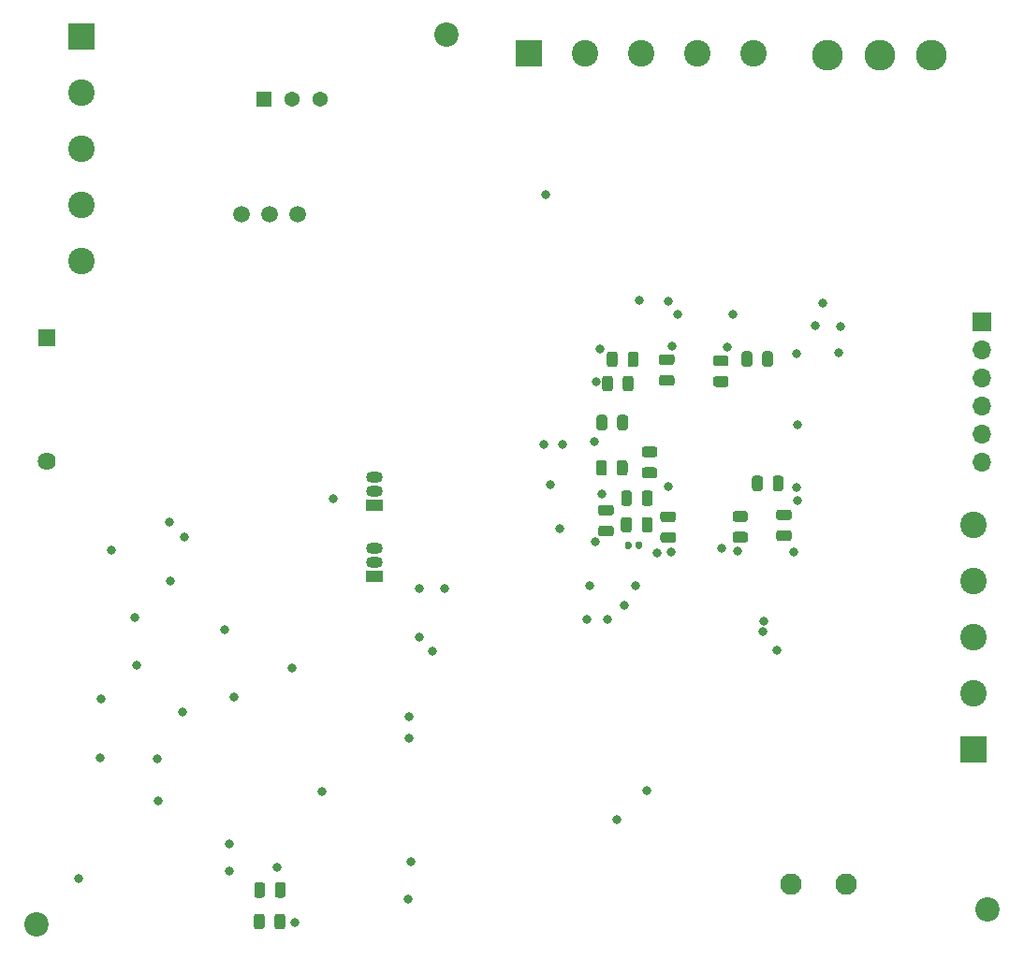
<source format=gbr>
%TF.GenerationSoftware,KiCad,Pcbnew,(5.1.10-1-10_14)*%
%TF.CreationDate,2021-10-15T10:29:32-04:00*%
%TF.ProjectId,main_controller,6d61696e-5f63-46f6-9e74-726f6c6c6572,rev?*%
%TF.SameCoordinates,Original*%
%TF.FileFunction,Soldermask,Bot*%
%TF.FilePolarity,Negative*%
%FSLAX46Y46*%
G04 Gerber Fmt 4.6, Leading zero omitted, Abs format (unit mm)*
G04 Created by KiCad (PCBNEW (5.1.10-1-10_14)) date 2021-10-15 10:29:32*
%MOMM*%
%LPD*%
G01*
G04 APERTURE LIST*
%ADD10C,2.200000*%
%ADD11R,1.500000X1.050000*%
%ADD12O,1.500000X1.050000*%
%ADD13C,1.950000*%
%ADD14C,2.400000*%
%ADD15R,2.400000X2.400000*%
%ADD16R,1.700000X1.700000*%
%ADD17O,1.700000X1.700000*%
%ADD18R,1.625600X1.625600*%
%ADD19C,1.625600*%
%ADD20C,1.498600*%
%ADD21C,2.781000*%
%ADD22R,1.371600X1.371600*%
%ADD23C,1.371600*%
%ADD24C,0.800000*%
G04 APERTURE END LIST*
D10*
%TO.C,REF\u002A\u002A*%
X143000000Y-32675000D03*
%TD*%
%TO.C,REF\u002A\u002A*%
X191975000Y-111800000D03*
%TD*%
%TO.C,REF\u002A\u002A*%
X105925000Y-113150000D03*
%TD*%
%TO.C,L1*%
G36*
G01*
X160705000Y-78702500D02*
X160705000Y-79047500D01*
G75*
G02*
X160557500Y-79195000I-147500J0D01*
G01*
X160262500Y-79195000D01*
G75*
G02*
X160115000Y-79047500I0J147500D01*
G01*
X160115000Y-78702500D01*
G75*
G02*
X160262500Y-78555000I147500J0D01*
G01*
X160557500Y-78555000D01*
G75*
G02*
X160705000Y-78702500I0J-147500D01*
G01*
G37*
G36*
G01*
X159735000Y-78702500D02*
X159735000Y-79047500D01*
G75*
G02*
X159587500Y-79195000I-147500J0D01*
G01*
X159292500Y-79195000D01*
G75*
G02*
X159145000Y-79047500I0J147500D01*
G01*
X159145000Y-78702500D01*
G75*
G02*
X159292500Y-78555000I147500J0D01*
G01*
X159587500Y-78555000D01*
G75*
G02*
X159735000Y-78702500I0J-147500D01*
G01*
G37*
%TD*%
D11*
%TO.C,Q3*%
X136525000Y-75250000D03*
D12*
X136525000Y-72710000D03*
X136525000Y-73980000D03*
%TD*%
%TO.C,R17*%
G36*
G01*
X127450000Y-113381250D02*
X127450000Y-112468750D01*
G75*
G02*
X127693750Y-112225000I243750J0D01*
G01*
X128181250Y-112225000D01*
G75*
G02*
X128425000Y-112468750I0J-243750D01*
G01*
X128425000Y-113381250D01*
G75*
G02*
X128181250Y-113625000I-243750J0D01*
G01*
X127693750Y-113625000D01*
G75*
G02*
X127450000Y-113381250I0J243750D01*
G01*
G37*
G36*
G01*
X125575000Y-113381250D02*
X125575000Y-112468750D01*
G75*
G02*
X125818750Y-112225000I243750J0D01*
G01*
X126306250Y-112225000D01*
G75*
G02*
X126550000Y-112468750I0J-243750D01*
G01*
X126550000Y-113381250D01*
G75*
G02*
X126306250Y-113625000I-243750J0D01*
G01*
X125818750Y-113625000D01*
G75*
G02*
X125575000Y-113381250I0J243750D01*
G01*
G37*
%TD*%
%TO.C,R10*%
G36*
G01*
X126587500Y-109618750D02*
X126587500Y-110531250D01*
G75*
G02*
X126343750Y-110775000I-243750J0D01*
G01*
X125856250Y-110775000D01*
G75*
G02*
X125612500Y-110531250I0J243750D01*
G01*
X125612500Y-109618750D01*
G75*
G02*
X125856250Y-109375000I243750J0D01*
G01*
X126343750Y-109375000D01*
G75*
G02*
X126587500Y-109618750I0J-243750D01*
G01*
G37*
G36*
G01*
X128462500Y-109618750D02*
X128462500Y-110531250D01*
G75*
G02*
X128218750Y-110775000I-243750J0D01*
G01*
X127731250Y-110775000D01*
G75*
G02*
X127487500Y-110531250I0J243750D01*
G01*
X127487500Y-109618750D01*
G75*
G02*
X127731250Y-109375000I243750J0D01*
G01*
X128218750Y-109375000D01*
G75*
G02*
X128462500Y-109618750I0J-243750D01*
G01*
G37*
%TD*%
D11*
%TO.C,Q2*%
X136525000Y-81725000D03*
D12*
X136525000Y-79185000D03*
X136525000Y-80455000D03*
%TD*%
D13*
%TO.C,J5*%
X174175000Y-109525000D03*
X179175000Y-109525000D03*
%TD*%
D14*
%TO.C,J4*%
X170800000Y-34375000D03*
X165720000Y-34375000D03*
X160640000Y-34375000D03*
X155560000Y-34375000D03*
D15*
X150480000Y-34375000D03*
%TD*%
D14*
%TO.C,J2*%
X110025000Y-53120000D03*
X110025000Y-48040000D03*
X110025000Y-42960000D03*
X110025000Y-37880000D03*
D15*
X110025000Y-32800000D03*
%TD*%
D14*
%TO.C,J1*%
X190700000Y-77005000D03*
X190700000Y-82085000D03*
X190700000Y-87165000D03*
X190700000Y-92245000D03*
D15*
X190700000Y-97325000D03*
%TD*%
%TO.C,C15*%
G36*
G01*
X159775000Y-74168750D02*
X159775000Y-75081250D01*
G75*
G02*
X159531250Y-75325000I-243750J0D01*
G01*
X159043750Y-75325000D01*
G75*
G02*
X158800000Y-75081250I0J243750D01*
G01*
X158800000Y-74168750D01*
G75*
G02*
X159043750Y-73925000I243750J0D01*
G01*
X159531250Y-73925000D01*
G75*
G02*
X159775000Y-74168750I0J-243750D01*
G01*
G37*
G36*
G01*
X161650000Y-74168750D02*
X161650000Y-75081250D01*
G75*
G02*
X161406250Y-75325000I-243750J0D01*
G01*
X160918750Y-75325000D01*
G75*
G02*
X160675000Y-75081250I0J243750D01*
G01*
X160675000Y-74168750D01*
G75*
G02*
X160918750Y-73925000I243750J0D01*
G01*
X161406250Y-73925000D01*
G75*
G02*
X161650000Y-74168750I0J-243750D01*
G01*
G37*
%TD*%
%TO.C,C14*%
G36*
G01*
X159762500Y-76568750D02*
X159762500Y-77481250D01*
G75*
G02*
X159518750Y-77725000I-243750J0D01*
G01*
X159031250Y-77725000D01*
G75*
G02*
X158787500Y-77481250I0J243750D01*
G01*
X158787500Y-76568750D01*
G75*
G02*
X159031250Y-76325000I243750J0D01*
G01*
X159518750Y-76325000D01*
G75*
G02*
X159762500Y-76568750I0J-243750D01*
G01*
G37*
G36*
G01*
X161637500Y-76568750D02*
X161637500Y-77481250D01*
G75*
G02*
X161393750Y-77725000I-243750J0D01*
G01*
X160906250Y-77725000D01*
G75*
G02*
X160662500Y-77481250I0J243750D01*
G01*
X160662500Y-76568750D01*
G75*
G02*
X160906250Y-76325000I243750J0D01*
G01*
X161393750Y-76325000D01*
G75*
G02*
X161637500Y-76568750I0J-243750D01*
G01*
G37*
%TD*%
%TO.C,C13*%
G36*
G01*
X173981250Y-76612500D02*
X173068750Y-76612500D01*
G75*
G02*
X172825000Y-76368750I0J243750D01*
G01*
X172825000Y-75881250D01*
G75*
G02*
X173068750Y-75637500I243750J0D01*
G01*
X173981250Y-75637500D01*
G75*
G02*
X174225000Y-75881250I0J-243750D01*
G01*
X174225000Y-76368750D01*
G75*
G02*
X173981250Y-76612500I-243750J0D01*
G01*
G37*
G36*
G01*
X173981250Y-78487500D02*
X173068750Y-78487500D01*
G75*
G02*
X172825000Y-78243750I0J243750D01*
G01*
X172825000Y-77756250D01*
G75*
G02*
X173068750Y-77512500I243750J0D01*
G01*
X173981250Y-77512500D01*
G75*
G02*
X174225000Y-77756250I0J-243750D01*
G01*
X174225000Y-78243750D01*
G75*
G02*
X173981250Y-78487500I-243750J0D01*
G01*
G37*
%TD*%
%TO.C,C12*%
G36*
G01*
X159387500Y-62506250D02*
X159387500Y-61593750D01*
G75*
G02*
X159631250Y-61350000I243750J0D01*
G01*
X160118750Y-61350000D01*
G75*
G02*
X160362500Y-61593750I0J-243750D01*
G01*
X160362500Y-62506250D01*
G75*
G02*
X160118750Y-62750000I-243750J0D01*
G01*
X159631250Y-62750000D01*
G75*
G02*
X159387500Y-62506250I0J243750D01*
G01*
G37*
G36*
G01*
X157512500Y-62506250D02*
X157512500Y-61593750D01*
G75*
G02*
X157756250Y-61350000I243750J0D01*
G01*
X158243750Y-61350000D01*
G75*
G02*
X158487500Y-61593750I0J-243750D01*
G01*
X158487500Y-62506250D01*
G75*
G02*
X158243750Y-62750000I-243750J0D01*
G01*
X157756250Y-62750000D01*
G75*
G02*
X157512500Y-62506250I0J243750D01*
G01*
G37*
%TD*%
%TO.C,C11*%
G36*
G01*
X158412500Y-72331250D02*
X158412500Y-71418750D01*
G75*
G02*
X158656250Y-71175000I243750J0D01*
G01*
X159143750Y-71175000D01*
G75*
G02*
X159387500Y-71418750I0J-243750D01*
G01*
X159387500Y-72331250D01*
G75*
G02*
X159143750Y-72575000I-243750J0D01*
G01*
X158656250Y-72575000D01*
G75*
G02*
X158412500Y-72331250I0J243750D01*
G01*
G37*
G36*
G01*
X156537500Y-72331250D02*
X156537500Y-71418750D01*
G75*
G02*
X156781250Y-71175000I243750J0D01*
G01*
X157268750Y-71175000D01*
G75*
G02*
X157512500Y-71418750I0J-243750D01*
G01*
X157512500Y-72331250D01*
G75*
G02*
X157268750Y-72575000I-243750J0D01*
G01*
X156781250Y-72575000D01*
G75*
G02*
X156537500Y-72331250I0J243750D01*
G01*
G37*
%TD*%
%TO.C,C10*%
G36*
G01*
X167368750Y-63575000D02*
X168281250Y-63575000D01*
G75*
G02*
X168525000Y-63818750I0J-243750D01*
G01*
X168525000Y-64306250D01*
G75*
G02*
X168281250Y-64550000I-243750J0D01*
G01*
X167368750Y-64550000D01*
G75*
G02*
X167125000Y-64306250I0J243750D01*
G01*
X167125000Y-63818750D01*
G75*
G02*
X167368750Y-63575000I243750J0D01*
G01*
G37*
G36*
G01*
X167368750Y-61700000D02*
X168281250Y-61700000D01*
G75*
G02*
X168525000Y-61943750I0J-243750D01*
G01*
X168525000Y-62431250D01*
G75*
G02*
X168281250Y-62675000I-243750J0D01*
G01*
X167368750Y-62675000D01*
G75*
G02*
X167125000Y-62431250I0J243750D01*
G01*
X167125000Y-61943750D01*
G75*
G02*
X167368750Y-61700000I243750J0D01*
G01*
G37*
%TD*%
%TO.C,C9*%
G36*
G01*
X170662500Y-61568750D02*
X170662500Y-62481250D01*
G75*
G02*
X170418750Y-62725000I-243750J0D01*
G01*
X169931250Y-62725000D01*
G75*
G02*
X169687500Y-62481250I0J243750D01*
G01*
X169687500Y-61568750D01*
G75*
G02*
X169931250Y-61325000I243750J0D01*
G01*
X170418750Y-61325000D01*
G75*
G02*
X170662500Y-61568750I0J-243750D01*
G01*
G37*
G36*
G01*
X172537500Y-61568750D02*
X172537500Y-62481250D01*
G75*
G02*
X172293750Y-62725000I-243750J0D01*
G01*
X171806250Y-62725000D01*
G75*
G02*
X171562500Y-62481250I0J243750D01*
G01*
X171562500Y-61568750D01*
G75*
G02*
X171806250Y-61325000I243750J0D01*
G01*
X172293750Y-61325000D01*
G75*
G02*
X172537500Y-61568750I0J-243750D01*
G01*
G37*
%TD*%
%TO.C,C8*%
G36*
G01*
X171612500Y-72818750D02*
X171612500Y-73731250D01*
G75*
G02*
X171368750Y-73975000I-243750J0D01*
G01*
X170881250Y-73975000D01*
G75*
G02*
X170637500Y-73731250I0J243750D01*
G01*
X170637500Y-72818750D01*
G75*
G02*
X170881250Y-72575000I243750J0D01*
G01*
X171368750Y-72575000D01*
G75*
G02*
X171612500Y-72818750I0J-243750D01*
G01*
G37*
G36*
G01*
X173487500Y-72818750D02*
X173487500Y-73731250D01*
G75*
G02*
X173243750Y-73975000I-243750J0D01*
G01*
X172756250Y-73975000D01*
G75*
G02*
X172512500Y-73731250I0J243750D01*
G01*
X172512500Y-72818750D01*
G75*
G02*
X172756250Y-72575000I243750J0D01*
G01*
X173243750Y-72575000D01*
G75*
G02*
X173487500Y-72818750I0J-243750D01*
G01*
G37*
%TD*%
%TO.C,C6*%
G36*
G01*
X158950000Y-64706250D02*
X158950000Y-63793750D01*
G75*
G02*
X159193750Y-63550000I243750J0D01*
G01*
X159681250Y-63550000D01*
G75*
G02*
X159925000Y-63793750I0J-243750D01*
G01*
X159925000Y-64706250D01*
G75*
G02*
X159681250Y-64950000I-243750J0D01*
G01*
X159193750Y-64950000D01*
G75*
G02*
X158950000Y-64706250I0J243750D01*
G01*
G37*
G36*
G01*
X157075000Y-64706250D02*
X157075000Y-63793750D01*
G75*
G02*
X157318750Y-63550000I243750J0D01*
G01*
X157806250Y-63550000D01*
G75*
G02*
X158050000Y-63793750I0J-243750D01*
G01*
X158050000Y-64706250D01*
G75*
G02*
X157806250Y-64950000I-243750J0D01*
G01*
X157318750Y-64950000D01*
G75*
G02*
X157075000Y-64706250I0J243750D01*
G01*
G37*
%TD*%
%TO.C,C5*%
G36*
G01*
X157881250Y-76200000D02*
X156968750Y-76200000D01*
G75*
G02*
X156725000Y-75956250I0J243750D01*
G01*
X156725000Y-75468750D01*
G75*
G02*
X156968750Y-75225000I243750J0D01*
G01*
X157881250Y-75225000D01*
G75*
G02*
X158125000Y-75468750I0J-243750D01*
G01*
X158125000Y-75956250D01*
G75*
G02*
X157881250Y-76200000I-243750J0D01*
G01*
G37*
G36*
G01*
X157881250Y-78075000D02*
X156968750Y-78075000D01*
G75*
G02*
X156725000Y-77831250I0J243750D01*
G01*
X156725000Y-77343750D01*
G75*
G02*
X156968750Y-77100000I243750J0D01*
G01*
X157881250Y-77100000D01*
G75*
G02*
X158125000Y-77343750I0J-243750D01*
G01*
X158125000Y-77831250D01*
G75*
G02*
X157881250Y-78075000I-243750J0D01*
G01*
G37*
%TD*%
%TO.C,C4*%
G36*
G01*
X163506250Y-76787500D02*
X162593750Y-76787500D01*
G75*
G02*
X162350000Y-76543750I0J243750D01*
G01*
X162350000Y-76056250D01*
G75*
G02*
X162593750Y-75812500I243750J0D01*
G01*
X163506250Y-75812500D01*
G75*
G02*
X163750000Y-76056250I0J-243750D01*
G01*
X163750000Y-76543750D01*
G75*
G02*
X163506250Y-76787500I-243750J0D01*
G01*
G37*
G36*
G01*
X163506250Y-78662500D02*
X162593750Y-78662500D01*
G75*
G02*
X162350000Y-78418750I0J243750D01*
G01*
X162350000Y-77931250D01*
G75*
G02*
X162593750Y-77687500I243750J0D01*
G01*
X163506250Y-77687500D01*
G75*
G02*
X163750000Y-77931250I0J-243750D01*
G01*
X163750000Y-78418750D01*
G75*
G02*
X163506250Y-78662500I-243750J0D01*
G01*
G37*
%TD*%
%TO.C,C3*%
G36*
G01*
X170031250Y-76762500D02*
X169118750Y-76762500D01*
G75*
G02*
X168875000Y-76518750I0J243750D01*
G01*
X168875000Y-76031250D01*
G75*
G02*
X169118750Y-75787500I243750J0D01*
G01*
X170031250Y-75787500D01*
G75*
G02*
X170275000Y-76031250I0J-243750D01*
G01*
X170275000Y-76518750D01*
G75*
G02*
X170031250Y-76762500I-243750J0D01*
G01*
G37*
G36*
G01*
X170031250Y-78637500D02*
X169118750Y-78637500D01*
G75*
G02*
X168875000Y-78393750I0J243750D01*
G01*
X168875000Y-77906250D01*
G75*
G02*
X169118750Y-77662500I243750J0D01*
G01*
X170031250Y-77662500D01*
G75*
G02*
X170275000Y-77906250I0J-243750D01*
G01*
X170275000Y-78393750D01*
G75*
G02*
X170031250Y-78637500I-243750J0D01*
G01*
G37*
%TD*%
%TO.C,C2*%
G36*
G01*
X162468750Y-63475000D02*
X163381250Y-63475000D01*
G75*
G02*
X163625000Y-63718750I0J-243750D01*
G01*
X163625000Y-64206250D01*
G75*
G02*
X163381250Y-64450000I-243750J0D01*
G01*
X162468750Y-64450000D01*
G75*
G02*
X162225000Y-64206250I0J243750D01*
G01*
X162225000Y-63718750D01*
G75*
G02*
X162468750Y-63475000I243750J0D01*
G01*
G37*
G36*
G01*
X162468750Y-61600000D02*
X163381250Y-61600000D01*
G75*
G02*
X163625000Y-61843750I0J-243750D01*
G01*
X163625000Y-62331250D01*
G75*
G02*
X163381250Y-62575000I-243750J0D01*
G01*
X162468750Y-62575000D01*
G75*
G02*
X162225000Y-62331250I0J243750D01*
G01*
X162225000Y-61843750D01*
G75*
G02*
X162468750Y-61600000I243750J0D01*
G01*
G37*
%TD*%
%TO.C,C1*%
G36*
G01*
X158450000Y-68231250D02*
X158450000Y-67318750D01*
G75*
G02*
X158693750Y-67075000I243750J0D01*
G01*
X159181250Y-67075000D01*
G75*
G02*
X159425000Y-67318750I0J-243750D01*
G01*
X159425000Y-68231250D01*
G75*
G02*
X159181250Y-68475000I-243750J0D01*
G01*
X158693750Y-68475000D01*
G75*
G02*
X158450000Y-68231250I0J243750D01*
G01*
G37*
G36*
G01*
X156575000Y-68231250D02*
X156575000Y-67318750D01*
G75*
G02*
X156818750Y-67075000I243750J0D01*
G01*
X157306250Y-67075000D01*
G75*
G02*
X157550000Y-67318750I0J-243750D01*
G01*
X157550000Y-68231250D01*
G75*
G02*
X157306250Y-68475000I-243750J0D01*
G01*
X156818750Y-68475000D01*
G75*
G02*
X156575000Y-68231250I0J243750D01*
G01*
G37*
%TD*%
D16*
%TO.C,SWD1*%
X191450000Y-58650000D03*
D17*
X191450000Y-61190000D03*
X191450000Y-63730000D03*
X191450000Y-66270000D03*
X191450000Y-68810000D03*
X191450000Y-71350000D03*
%TD*%
%TO.C,R22*%
G36*
G01*
X161831250Y-72800000D02*
X160918750Y-72800000D01*
G75*
G02*
X160675000Y-72556250I0J243750D01*
G01*
X160675000Y-72068750D01*
G75*
G02*
X160918750Y-71825000I243750J0D01*
G01*
X161831250Y-71825000D01*
G75*
G02*
X162075000Y-72068750I0J-243750D01*
G01*
X162075000Y-72556250D01*
G75*
G02*
X161831250Y-72800000I-243750J0D01*
G01*
G37*
G36*
G01*
X161831250Y-70925000D02*
X160918750Y-70925000D01*
G75*
G02*
X160675000Y-70681250I0J243750D01*
G01*
X160675000Y-70193750D01*
G75*
G02*
X160918750Y-69950000I243750J0D01*
G01*
X161831250Y-69950000D01*
G75*
G02*
X162075000Y-70193750I0J-243750D01*
G01*
X162075000Y-70681250D01*
G75*
G02*
X161831250Y-70925000I-243750J0D01*
G01*
G37*
%TD*%
D18*
%TO.C,D3*%
X106875000Y-60100000D03*
D19*
X106875000Y-71276000D03*
%TD*%
D20*
%TO.C,J3*%
X129550000Y-48950000D03*
X127010000Y-48950000D03*
X124470000Y-48950000D03*
%TD*%
D21*
%TO.C,SW1*%
X186875000Y-34500000D03*
X182176000Y-34500000D03*
X177477000Y-34500000D03*
%TD*%
D22*
%TO.C,U4*%
X126460000Y-38550000D03*
D23*
X129000000Y-38550000D03*
X131540000Y-38550000D03*
%TD*%
D24*
X163875000Y-57950000D03*
X168875000Y-58000000D03*
X153275000Y-77400000D03*
X151850000Y-69750000D03*
X167925000Y-79150000D03*
X178500000Y-61450000D03*
X174775000Y-67950000D03*
X174775000Y-74800000D03*
X163300000Y-79500000D03*
X112700000Y-79350000D03*
X118025000Y-82100000D03*
X114800000Y-85425000D03*
X152375000Y-73400000D03*
X119125000Y-93925000D03*
X116925000Y-102025000D03*
X116875000Y-98175000D03*
X111700000Y-98125000D03*
X111750000Y-92775000D03*
X114950000Y-89725000D03*
X157600000Y-85575000D03*
X155725000Y-85575000D03*
X156450000Y-78575000D03*
X117950000Y-76800000D03*
X119325000Y-78175000D03*
X160450000Y-56750000D03*
X163050000Y-56800000D03*
X172850000Y-88375000D03*
X129074999Y-89974999D03*
X171705816Y-85728269D03*
X171625000Y-86725000D03*
X163050000Y-73550000D03*
X153475000Y-69775000D03*
X151975000Y-47125000D03*
X127675000Y-108050000D03*
X140550000Y-87225000D03*
X140550000Y-82800000D03*
X132750000Y-74650000D03*
X109725000Y-109000000D03*
X163375000Y-60850000D03*
X168433373Y-60942615D03*
X174680063Y-73638110D03*
X174375000Y-79475000D03*
X156850000Y-61150000D03*
X156574980Y-64101045D03*
X156350000Y-69525000D03*
X174700000Y-61550000D03*
X178625000Y-59100000D03*
X157050000Y-74275000D03*
X162071401Y-79610829D03*
X131750000Y-101150000D03*
X129325000Y-113050000D03*
X169375000Y-79375000D03*
X177050000Y-56925000D03*
X176400000Y-58975000D03*
X158425000Y-103725000D03*
X161100000Y-101050000D03*
X159100000Y-84350000D03*
X139775000Y-107500000D03*
X139500000Y-110875000D03*
X141700000Y-88450000D03*
X139625000Y-94350000D03*
X139625000Y-96350000D03*
X142825000Y-82800000D03*
X160100000Y-82550000D03*
X156000000Y-82550000D03*
X123375000Y-108375000D03*
X123375000Y-105875000D03*
X123774999Y-92624999D03*
X122975000Y-86525000D03*
M02*

</source>
